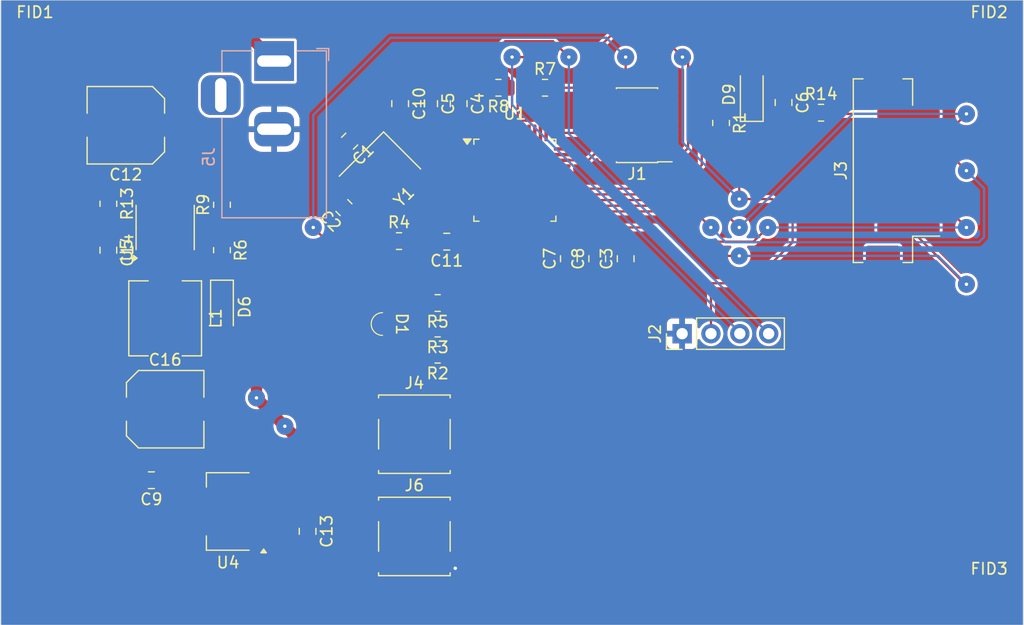
<source format=kicad_pcb>
(kicad_pcb (version 20241229) (generator "pcbnew") (generator_version "9.0")
  (layers (0 "F.Cu" signal) (2 "B.Cu" signal) (13 "F.Paste" user) (15 "B.Paste" user) (5 "F.SilkS" user "F.Silkscreen") (7 "B.SilkS" user "B.Silkscreen") (1 "F.Mask" user) (3 "B.Mask" user) (25 "Edge.Cuts" user))
  (net 0 "")
  (net 1 "GND")
  (net 2 "OSC_IN")
  (net 3 "OSC_OUT")
  (net 4 "+3V3")
  (net 5 "1WIRE")
  (net 6 "+10V")
  (net 7 "+VDC")
  (net 8 "Net-(U5-TC)")
  (net 9 "Net-(D1-A)")
  (net 10 "Net-(D1-GK)")
  (net 11 "Net-(D1-BK)")
  (net 12 "Net-(D6-K)")
  (net 14 "SWCLK")
  (net 16 "RESET")
  (net 18 "SWDIO")
  (net 19 "LED_R")
  (net 20 "LED_G")
  (net 21 "LED_B")
  (net 22 "Net-(U5-Vfb)")
  (net 23 "Net-(U5-DC)")
  (net 24 "BOOT0")
  (net 29 "MOTOR_ENABLE")
  (net 30 "MCU_TX")
  (net 31 "PEEL1")
  (net 32 "DRIVE2")
  (net 34 "DE")
  (net 35 "PA1")
  (net 38 "SW1")
  (net 39 "PEEL2")
  (net 40 "DRIVE1")
  (net 41 "PA3")
  (net 42 "MCU_RX")
  (net 45 "~{RE}")
  (net 46 "PA0")
  (net 48 "SW2")
  (net 50 "RS-485-")
  (net 51 "RS-485+")
  (net 52 "Net-(J3-Pin_6)")
  (net 53 "POWER")
  (net 54 "STYLUS_BUTTON")
  (net 55 "SCL")
  (net 56 "SDA")
  (footprint "Resistor_SMD:R_0805_2012Metric" (layer "F.Cu") (at 19.462501 -37 90)
    (property "Reference" "R9" (at 0 -1.65 90) (layer "F.SilkS"))
    (property "Value" "39k")
    (pad "1" smd roundrect (at -0.9125 0 90) (size 1.025 1.4) (layers "F.Cu" "F.Mask" "F.Paste") (roundrect_rratio 0.243902) (net 22 "Net-(U5-Vfb)"))
    (pad "2" smd roundrect (at 0.9125 0 90) (size 1.025 1.4) (layers "F.Cu" "F.Mask" "F.Paste") (roundrect_rratio 0.243902) (net 6 "+10V"))
  )
  (footprint "Fiducial:Fiducial_1mm_Mask2mm" (layer "F.Cu") (at 3 -52)
    (property "Reference" "FID1" (at 0 -1.95 0) (layer "F.SilkS"))
    (property "Value" "Fiducial")
    (pad "" smd circle (at 0 0) (size 1 1) (layers "F.Cu" "F.Mask") (clearance 0.6))
  )
  (footprint "Connector_PinHeader_2.54mm:PinHeader_1x04_P2.54mm_Vertical" (layer "F.Cu") (at 59.970001 -25.65 90)
    (property "Reference" "J2" (at 0 -2.38 90) (layer "F.SilkS"))
    (property "Value" "display")
    (pad "1" thru_hole rect (at 0 0 90) (size 1.7 1.7) (drill 1) (layers "*.Cu" "*.Mask") (net 1 "GND"))
    (pad "2" thru_hole circle (at 0 2.54 90) (size 1.7 1.7) (drill 1) (layers "*.Cu" "*.Mask") (net 4 "+3V3"))
    (pad "3" thru_hole circle (at 0 5.079999 90) (size 1.7 1.7) (drill 1) (layers "*.Cu" "*.Mask") (net 55 "SCL"))
    (pad "4" thru_hole circle (at 0 7.62 90) (size 1.7 1.7) (drill 1) (layers "*.Cu" "*.Mask") (net 56 "SDA"))
  )
  (footprint "Capacitor_SMD:C_0805_2012Metric" (layer "F.Cu") (at 30.7 -42.6 -135)
    (property "Reference" "C1" (at 0 -1.679999 45) (layer "F.SilkS"))
    (property "Value" "15p")
    (pad "1" smd roundrect (at -0.949999 0 225) (size 1 1.45) (layers "F.Cu" "F.Mask" "F.Paste") (net 2 "OSC_IN"))
    (pad "2" smd roundrect (at 0.949999 0 225) (size 1 1.45) (layers "F.Cu" "F.Mask" "F.Paste") (net 1 "GND"))
  )
  (footprint "Crystal:Crystal_SMD_3225-4Pin_3.2x2.5mm_HandSoldering" (layer "F.Cu") (at 33.371751 -39.828249 -135)
    (property "Reference" "Y1" (at 0 -3 45) (layer "F.SilkS"))
    (property "Value" "8MHz")
    (pad "1" smd roundrect (at -1.45 1.15 225) (size 2.1 1.8) (layers "F.Cu" "F.Mask" "F.Paste") (roundrect_rratio 0.138889) (net 2 "OSC_IN"))
    (pad "2" smd roundrect (at 1.45 1.15 225) (size 2.1 1.8) (layers "F.Cu" "F.Mask" "F.Paste") (roundrect_rratio 0.138889) (net 1 "GND"))
    (pad "3" smd roundrect (at 1.45 -1.15 225) (size 2.1 1.8) (layers "F.Cu" "F.Mask" "F.Paste") (roundrect_rratio 0.138889) (net 3 "OSC_OUT"))
    (pad "4" smd roundrect (at -1.45 -1.15 225) (size 2.1 1.8) (layers "F.Cu" "F.Mask" "F.Paste") (roundrect_rratio 0.138889) (net 1 "GND"))
  )
  (footprint "Resistor_SMD:R_0805_2012Metric" (layer "F.Cu") (at 19.462501 -33 -90)
    (property "Reference" "R6" (at 0 -1.65 90) (layer "F.SilkS"))
    (property "Value" "5.6k")
    (pad "1" smd roundrect (at -0.9125 0 270) (size 1.025 1.4) (layers "F.Cu" "F.Mask" "F.Paste") (roundrect_rratio 0.243902) (net 22 "Net-(U5-Vfb)"))
    (pad "2" smd roundrect (at 0.9125 0 270) (size 1.025 1.4) (layers "F.Cu" "F.Mask" "F.Paste") (roundrect_rratio 0.243902) (net 1 "GND"))
  )
  (footprint "Capacitor_SMD:C_0805_2012Metric" (layer "F.Cu") (at 35.15 -45.9 -90)
    (property "Reference" "C10" (at 0 -1.679999 90) (layer "F.SilkS"))
    (property "Value" "4.7uF")
    (pad "1" smd roundrect (at -0.949999 0 270) (size 1 1.45) (layers "F.Cu" "F.Mask" "F.Paste") (net 1 "GND"))
    (pad "2" smd roundrect (at 0.949999 0 270) (size 1 1.45) (layers "F.Cu" "F.Mask" "F.Paste") (net 4 "+3V3"))
  )
  (footprint "Resistor_SMD:R_0805_2012Metric" (layer "F.Cu") (at 38.45 -23.8 180)
    (property "Reference" "R2" (at 0 -1.65 0) (layer "F.SilkS"))
    (property "Value" "470")
    (pad "1" smd roundrect (at -0.9125 0 180) (size 1.025 1.4) (layers "F.Cu" "F.Mask" "F.Paste") (roundrect_rratio 0.243902) (net 19 "LED_R"))
    (pad "2" smd roundrect (at 0.9125 0 180) (size 1.025 1.4) (layers "F.Cu" "F.Mask" "F.Paste") (roundrect_rratio 0.243902) (net 9 "Net-(D1-A)"))
  )
  (footprint "index:MHS110FRGBCT" (layer "F.Cu") (at 33.5 -26.5 -90)
    (property "Reference" "D1" (at 0 -1.8 270) (layer "F.SilkS"))
    (property "Value" "LED_RGBA")
    (pad "1" smd roundrect (at -1.4 -0.4 270) (size 0.7 1.2) (layers "F.Cu" "F.Mask" "F.Paste") (roundrect_rratio 0.1428571429) (net 4 "+3V3"))
    (pad "2" smd roundrect (at -0.4 -0.675 270) (size 0.5 0.8) (layers "F.Cu" "F.Mask" "F.Paste") (roundrect_rratio 0.2) (net 10 "Net-(D1-GK)"))
    (pad "3" smd roundrect (at 0.4 -0.675 270) (size 0.5 0.8) (layers "F.Cu" "F.Mask" "F.Paste") (roundrect_rratio 0.2) (net 11 "Net-(D1-BK)"))
    (pad "4" smd roundrect (at 1.4 -0.4 270) (size 0.7 1.2) (layers "F.Cu" "F.Mask" "F.Paste") (roundrect_rratio 0.1428571429) (net 9 "Net-(D1-A)"))
  )
  (footprint "Resistor_SMD:R_0805_2012Metric" (layer "F.Cu") (at 72.2 -45.1)
    (property "Reference" "R14" (at 0 -1.65 0) (layer "F.SilkS"))
    (property "Value" "220R")
    (pad "1" smd roundrect (at -0.9125 0) (size 1.025 1.4) (layers "F.Cu" "F.Mask" "F.Paste") (roundrect_rratio 0.243902) (net 5 "1WIRE"))
    (pad "2" smd roundrect (at 0.9125 0) (size 1.025 1.4) (layers "F.Cu" "F.Mask" "F.Paste") (roundrect_rratio 0.243902) (net 52 "Net-(J3-Pin_6)"))
  )
  (footprint "Button_Switch_SMD:SW_SPST_B3S-1000" (layer "F.Cu") (at 36.4 -7.8)
    (property "Reference" "J6" (at 0 -4.5 0) (layer "F.SilkS"))
    (property "Value" "SW2")
    (pad "1" smd rect (at -3.975 -2.25) (size 1.55 1.3) (layers "F.Cu" "F.Mask" "F.Paste") (net 48 "SW2"))
    (pad "1" smd rect (at 3.975 -2.25) (size 1.55 1.3) (layers "F.Cu" "F.Mask" "F.Paste") (net 48 "SW2"))
    (pad "2" smd rect (at -3.975 2.25) (size 1.55 1.3) (layers "F.Cu" "F.Mask" "F.Paste") (net 1 "GND"))
    (pad "2" smd rect (at 3.975 2.25) (size 1.55 1.3) (layers "F.Cu" "F.Mask" "F.Paste") (net 1 "GND"))
  )
  (footprint "Diode_SMD:D_SOD-123" (layer "F.Cu") (at 19.462501 -28 -90)
    (property "Reference" "D6" (at 0 -2.000001 90) (layer "F.SilkS"))
    (property "Value" "1N5819")
    (pad "1" smd roundrect (at -1.65 0 270) (size 0.9 1.2) (layers "F.Cu" "F.Mask" "F.Paste") (net 12 "Net-(D6-K)"))
    (pad "2" smd roundrect (at 1.65 0 270) (size 0.9 1.2) (layers "F.Cu" "F.Mask" "F.Paste") (net 1 "GND"))
  )
  (footprint "Capacitor_SMD:C_0805_2012Metric" (layer "F.Cu") (at 68.9 -46 -90)
    (property "Reference" "C6" (at 0 -1.679999 90) (layer "F.SilkS"))
    (property "Value" "15pF")
    (pad "1" smd roundrect (at -0.949999 0 270) (size 1 1.45) (layers "F.Cu" "F.Mask" "F.Paste") (net 1 "GND"))
    (pad "2" smd roundrect (at 0.949999 0 270) (size 1 1.45) (layers "F.Cu" "F.Mask" "F.Paste") (net 5 "1WIRE"))
  )
  (footprint "Capacitor_SMD:C_0805_2012Metric" (layer "F.Cu") (at 40.3 -45.9 -90)
    (property "Reference" "C4" (at 0 -1.679999 90) (layer "F.SilkS"))
    (property "Value" "100n")
    (pad "1" smd roundrect (at -0.949999 0 270) (size 1 1.45) (layers "F.Cu" "F.Mask" "F.Paste") (net 1 "GND"))
    (pad "2" smd roundrect (at 0.949999 0 270) (size 1 1.45) (layers "F.Cu" "F.Mask" "F.Paste") (net 4 "+3V3"))
  )
  (footprint "Capacitor_SMD:C_0805_2012Metric" (layer "F.Cu") (at 9.462501 -33 -90)
    (property "Reference" "C14" (at 0 -1.679999 90) (layer "F.SilkS"))
    (property "Value" "470pF")
    (pad "1" smd roundrect (at -0.949999 0 270) (size 1 1.45) (layers "F.Cu" "F.Mask" "F.Paste") (net 1 "GND"))
    (pad "2" smd roundrect (at 0.949999 0 270) (size 1 1.45) (layers "F.Cu" "F.Mask" "F.Paste") (net 8 "Net-(U5-TC)"))
  )
  (footprint "Resistor_SMD:R_0805_2012Metric" (layer "F.Cu") (at 38.45 -28.35 180)
    (property "Reference" "R5" (at 0 -1.65 0) (layer "F.SilkS"))
    (property "Value" "470")
    (pad "1" smd roundrect (at -0.9125 0 180) (size 1.025 1.4) (layers "F.Cu" "F.Mask" "F.Paste") (roundrect_rratio 0.243902) (net 21 "LED_B"))
    (pad "2" smd roundrect (at 0.9125 0 180) (size 1.025 1.4) (layers "F.Cu" "F.Mask" "F.Paste") (roundrect_rratio 0.243902) (net 10 "Net-(D1-GK)"))
  )
  (footprint "Connector_PinHeader_1.27mm:PinHeader_2x05_P1.27mm_Vertical_SMD" (layer "F.Cu") (at 56 -44 180)
    (property "Reference" "J1" (at 0 -4.285001 0) (layer "F.SilkS"))
    (property "Value" "SWD_10")
    (pad "1" smd rect (at -1.95 -2.54 180) (size 2.4 0.74) (layers "F.Cu" "F.Mask" "F.Paste") (net 4 "+3V3"))
    (pad "2" smd rect (at 1.95 -2.54 180) (size 2.4 0.74) (layers "F.Cu" "F.Mask" "F.Paste") (net 18 "SWDIO"))
    (pad "3" smd rect (at -1.95 -1.27 180) (size 2.4 0.74) (layers "F.Cu" "F.Mask" "F.Paste") (net 1 "GND"))
    (pad "4" smd rect (at 1.95 -1.27 180) (size 2.4 0.74) (layers "F.Cu" "F.Mask" "F.Paste") (net 14 "SWCLK"))
    (pad "5" smd rect (at -1.95 0 180) (size 2.4 0.74) (layers "F.Cu" "F.Mask" "F.Paste") (net 1 "GND"))
    (pad "6" smd rect (at 1.95 0 180) (size 2.4 0.74) (layers "F.Cu" "F.Mask" "F.Paste"))
    (pad "7" smd rect (at -1.95 1.27 180) (size 2.4 0.74) (layers "F.Cu" "F.Mask" "F.Paste"))
    (pad "8" smd rect (at 1.95 1.27 180) (size 2.4 0.74) (layers "F.Cu" "F.Mask" "F.Paste"))
    (pad "9" smd rect (at -1.95 2.54 180) (size 2.4 0.74) (layers "F.Cu" "F.Mask" "F.Paste") (net 1 "GND"))
    (pad "10" smd rect (at 1.95 2.54 180) (size 2.4 0.74) (layers "F.Cu" "F.Mask" "F.Paste") (net 16 "RESET"))
  )
  (footprint "Package_QFP:LQFP-48_7x7mm_P0.5mm" (layer "F.Cu") (at 45.25 -39.1625)
    (property "Reference" "U1" (at 0 -5.85 0) (layer "F.SilkS"))
    (property "Value" "STM32F031C6Tx")
    (pad "1" smd roundrect (at -4.1625 -2.75) (size 1.475 0.3) (layers "F.Cu" "F.Mask" "F.Paste") (net 4 "+3V3"))
    (pad "2" smd roundrect (at -4.1625 -2.25) (size 1.475 0.3) (layers "F.Cu" "F.Mask" "F.Paste"))
    (pad "3" smd roundrect (at -4.1625 -1.75) (size 1.475 0.3) (layers "F.Cu" "F.Mask" "F.Paste"))
    (pad "4" smd roundrect (at -4.1625 -1.25) (size 1.475 0.3) (layers "F.Cu" "F.Mask" "F.Paste"))
    (pad "5" smd roundrect (at -4.1625 -0.75) (size 1.475 0.3) (layers "F.Cu" "F.Mask" "F.Paste") (net 2 "OSC_IN"))
    (pad "6" smd roundrect (at -4.1625 -0.25) (size 1.475 0.3) (layers "F.Cu" "F.Mask" "F.Paste") (net 3 "OSC_OUT"))
    (pad "7" smd roundrect (at -4.1625 0.25) (size 1.475 0.3) (layers "F.Cu" "F.Mask" "F.Paste") (net 16 "RESET"))
    (pad "8" smd roundrect (at -4.1625 0.75) (size 1.475 0.3) (layers "F.Cu" "F.Mask" "F.Paste") (net 1 "GND"))
    (pad "9" smd roundrect (at -4.1625 1.25) (size 1.475 0.3) (layers "F.Cu" "F.Mask" "F.Paste") (net 4 "+3V3"))
    (pad "10" smd roundrect (at -4.1625 1.75) (size 1.475 0.3) (layers "F.Cu" "F.Mask" "F.Paste") (net 46 "PA0"))
    (pad "11" smd roundrect (at -4.1625 2.25) (size 1.475 0.3) (layers "F.Cu" "F.Mask" "F.Paste") (net 35 "PA1"))
    (pad "12" smd roundrect (at -4.1625 2.75) (size 1.475 0.3) (layers "F.Cu" "F.Mask" "F.Paste") (net 29 "MOTOR_ENABLE"))
    (pad "13" smd roundrect (at -2.75 4.1625) (size 0.3 1.475) (layers "F.Cu" "F.Mask" "F.Paste") (net 41 "PA3"))
    (pad "14" smd roundrect (at -2.25 4.1625) (size 0.3 1.475) (layers "F.Cu" "F.Mask" "F.Paste") (net 21 "LED_B"))
    (pad "15" smd roundrect (at -1.75 4.1625) (size 0.3 1.475) (layers "F.Cu" "F.Mask" "F.Paste"))
    (pad "16" smd roundrect (at -1.25 4.1625) (size 0.3 1.475) (layers "F.Cu" "F.Mask" "F.Paste") (net 20 "LED_G"))
    (pad "17" smd roundrect (at -0.75 4.1625) (size 0.3 1.475) (layers "F.Cu" "F.Mask" "F.Paste") (net 19 "LED_R"))
    (pad "18" smd roundrect (at -0.25 4.1625) (size 0.3 1.475) (layers "F.Cu" "F.Mask" "F.Paste") (net 48 "SW2"))
    (pad "19" smd roundrect (at 0.25 4.1625) (size 0.3 1.475) (layers "F.Cu" "F.Mask" "F.Paste") (net 38 "SW1"))
    (pad "20" smd roundrect (at 0.75 4.1625) (size 0.3 1.475) (layers "F.Cu" "F.Mask" "F.Paste"))
    (pad "21" smd roundrect (at 1.25 4.1625) (size 0.3 1.475) (layers "F.Cu" "F.Mask" "F.Paste"))
    (pad "22" smd roundrect (at 1.75 4.1625) (size 0.3 1.475) (layers "F.Cu" "F.Mask" "F.Paste"))
    (pad "23" smd roundrect (at 2.25 4.1625) (size 0.3 1.475) (layers "F.Cu" "F.Mask" "F.Paste") (net 1 "GND"))
    (pad "24" smd roundrect (at 2.75 4.1625) (size 0.3 1.475) (layers "F.Cu" "F.Mask" "F.Paste") (net 4 "+3V3"))
    (pad "25" smd roundrect (at 4.1625 2.75) (size 1.475 0.3) (layers "F.Cu" "F.Mask" "F.Paste") (net 54 "STYLUS_BUTTON"))
    (pad "26" smd roundrect (at 4.1625 2.25) (size 1.475 0.3) (layers "F.Cu" "F.Mask" "F.Paste") (net 53 "POWER"))
    (pad "27" smd roundrect (at 4.1625 1.75) (size 1.475 0.3) (layers "F.Cu" "F.Mask" "F.Paste") (net 51 "RS-485+"))
    (pad "28" smd roundrect (at 4.1625 1.25) (size 1.475 0.3) (layers "F.Cu" "F.Mask" "F.Paste") (net 50 "RS-485-"))
    (pad "29" smd roundrect (at 4.1625 0.75) (size 1.475 0.3) (layers "F.Cu" "F.Mask" "F.Paste") (net 5 "1WIRE"))
    (pad "30" smd roundrect (at 4.1625 0.25) (size 1.475 0.3) (layers "F.Cu" "F.Mask" "F.Paste") (net 30 "MCU_TX"))
    (pad "31" smd roundrect (at 4.1625 -0.25) (size 1.475 0.3) (layers "F.Cu" "F.Mask" "F.Paste") (net 42 "MCU_RX"))
    (pad "32" smd roundrect (at 4.1625 -0.75) (size 1.475 0.3) (layers "F.Cu" "F.Mask" "F.Paste") (net 45 "~{RE}"))
    (pad "33" smd roundrect (at 4.1625 -1.25) (size 1.475 0.3) (layers "F.Cu" "F.Mask" "F.Paste") (net 34 "DE"))
    (pad "34" smd roundrect (at 4.1625 -1.75) (size 1.475 0.3) (layers "F.Cu" "F.Mask" "F.Paste") (net 18 "SWDIO"))
    (pad "35" smd roundrect (at 4.1625 -2.25) (size 1.475 0.3) (layers "F.Cu" "F.Mask" "F.Paste"))
    (pad "36" smd roundrect (at 4.1625 -2.75) (size 1.475 0.3) (layers "F.Cu" "F.Mask" "F.Paste"))
    (pad "37" smd roundrect (at 2.75 -4.1625) (size 0.3 1.475) (layers "F.Cu" "F.Mask" "F.Paste") (net 14 "SWCLK"))
    (pad "38" smd roundrect (at 2.25 -4.1625) (size 0.3 1.475) (layers "F.Cu" "F.Mask" "F.Paste") (net 39 "PEEL2"))
    (pad "39" smd roundrect (at 1.75 -4.1625) (size 0.3 1.475) (layers "F.Cu" "F.Mask" "F.Paste") (net 31 "PEEL1"))
    (pad "40" smd roundrect (at 1.25 -4.1625) (size 0.3 1.475) (layers "F.Cu" "F.Mask" "F.Paste") (net 40 "DRIVE1"))
    (pad "41" smd roundrect (at 0.75 -4.1625) (size 0.3 1.475) (layers "F.Cu" "F.Mask" "F.Paste") (net 32 "DRIVE2"))
    (pad "42" smd roundrect (at 0.25 -4.1625) (size 0.3 1.475) (layers "F.Cu" "F.Mask" "F.Paste") (net 55 "SCL"))
    (pad "43" smd roundrect (at -0.25 -4.1625) (size 0.3 1.475) (layers "F.Cu" "F.Mask" "F.Paste") (net 56 "SDA"))
    (pad "44" smd roundrect (at -0.75 -4.1625) (size 0.3 1.475) (layers "F.Cu" "F.Mask" "F.Paste") (net 24 "BOOT0"))
    (pad "45" smd roundrect (at -1.25 -4.1625) (size 0.3 1.475) (layers "F.Cu" "F.Mask" "F.Paste"))
    (pad "46" smd roundrect (at -1.75 -4.1625) (size 0.3 1.475) (layers "F.Cu" "F.Mask" "F.Paste"))
    (pad "47" smd roundrect (at -2.25 -4.1625) (size 0.3 1.475) (layers "F.Cu" "F.Mask" "F.Paste") (net 1 "GND"))
    (pad "48" smd roundrect (at -2.75 -4.1625) (size 0.3 1.475) (layers "F.Cu" "F.Mask" "F.Paste") (net 4 "+3V3"))
  )
  (footprint "Connector_JST:JST_PH_B6B-PH-SM4-TB_1x06-1MP_P2.00mm_Vertical" (layer "F.Cu") (at 79.4 -40 90)
    (property "Reference" "J3" (at 0 -5.45 90) (layer "F.SilkS"))
    (property "Value" "STYLUS")
    (pad "1" smd roundrect (at -5 0.499999 90) (size 1 5.5) (layers "F.Cu" "F.Mask" "F.Paste") (net 54 "STYLUS_BUTTON"))
    (pad "2" smd roundrect (at -3 0.5 90) (size 1 5.5) (layers "F.Cu" "F.Mask" "F.Paste") (net 53 "POWER"))
    (pad "3" smd roundrect (at -1 0.5 90) (size 1 5.5) (layers "F.Cu" "F.Mask" "F.Paste") (net 1 "GND"))
    (pad "4" smd roundrect (at 1 0.5 90) (size 1 5.5) (layers "F.Cu" "F.Mask" "F.Paste") (net 51 "RS-485+"))
    (pad "5" smd roundrect (at 3 0.5 90) (size 1 5.5) (layers "F.Cu" "F.Mask" "F.Paste") (net 50 "RS-485-"))
    (pad "6" smd roundrect (at 5 0.499999 90) (size 1 5.5) (layers "F.Cu" "F.Mask" "F.Paste") (net 52 "Net-(J3-Pin_6)"))
    (pad "MP" smd roundrect (at -7.4 -1.75 90) (size 1.6 3) (layers "F.Cu" "F.Mask" "F.Paste") (roundrect_rratio 0.15625))
    (pad "MP" smd roundrect (at 7.4 -1.75 90) (size 1.6 3) (layers "F.Cu" "F.Mask" "F.Paste") (roundrect_rratio 0.15625))
  )
  (footprint "Capacitor_SMD:C_0805_2012Metric" (layer "F.Cu") (at 50 -32.25 90)
    (property "Reference" "C7" (at 0 -1.679999 90) (layer "F.SilkS"))
    (property "Value" "100n")
    (pad "1" smd roundrect (at -0.949999 0 90) (size 1 1.45) (layers "F.Cu" "F.Mask" "F.Paste") (net 1 "GND"))
    (pad "2" smd roundrect (at 0.949999 0 90) (size 1 1.45) (layers "F.Cu" "F.Mask" "F.Paste") (net 4 "+3V3"))
  )
  (footprint "Resistor_SMD:R_0805_2012Metric" (layer "F.Cu") (at 47.9 -47.3)
    (property "Reference" "R7" (at 0 -1.65 0) (layer "F.SilkS"))
    (property "Value" "4.7k")
    (pad "1" smd roundrect (at -0.9125 0) (size 1.025 1.4) (layers "F.Cu" "F.Mask" "F.Paste") (roundrect_rratio 0.243902) (net 55 "SCL"))
    (pad "2" smd roundrect (at 0.9125 0) (size 1.025 1.4) (layers "F.Cu" "F.Mask" "F.Paste") (roundrect_rratio 0.243902) (net 4 "+3V3"))
  )
  (footprint "Capacitor_SMD:C_Elec_6.3x7.7" (layer "F.Cu") (at 14.462501 -19)
    (property "Reference" "C16" (at 0 -4.349999 0) (layer "F.SilkS"))
    (property "Value" "470uF")
    (pad "1" smd roundrect (at -2.537499 0) (size 3.325 1.6) (layers "F.Cu" "F.Mask" "F.Paste") (roundrect_rratio 0.15625) (net 6 "+10V"))
    (pad "2" smd roundrect (at 2.537499 0) (size 3.325 1.6) (layers "F.Cu" "F.Mask" "F.Paste") (roundrect_rratio 0.15625) (net 1 "GND"))
  )
  (footprint "Capacitor_SMD:C_0805_2012Metric" (layer "F.Cu") (at 55 -32.25 90)
    (property "Reference" "C3" (at 0 -1.679999 90) (layer "F.SilkS"))
    (property "Value" "100n")
    (pad "1" smd roundrect (at -0.949999 0 90) (size 1 1.45) (layers "F.Cu" "F.Mask" "F.Paste") (net 1 "GND"))
    (pad "2" smd roundrect (at 0.949999 0 90) (size 1 1.45) (layers "F.Cu" "F.Mask" "F.Paste") (net 4 "+3V3"))
  )
  (footprint "Resistor_SMD:R_0805_2012Metric" (layer "F.Cu") (at 35.05 -33.8)
    (property "Reference" "R4" (at 0 -1.65 0) (layer "F.SilkS"))
    (property "Value" "10K")
    (pad "1" smd roundrect (at -0.9125 0) (size 1.025 1.4) (layers "F.Cu" "F.Mask" "F.Paste") (roundrect_rratio 0.243902) (net 16 "RESET"))
    (pad "2" smd roundrect (at 0.9125 0) (size 1.025 1.4) (layers "F.Cu" "F.Mask" "F.Paste") (roundrect_rratio 0.243902) (net 4 "+3V3"))
  )
  (footprint "Inductor_SMD:L_6.3x6.3_H3" (layer "F.Cu") (at 14.462501 -27 -90)
    (property "Reference" "L1" (at 0 -4.45 90) (layer "F.SilkS"))
    (property "Value" "220uH")
    (pad "1" smd rect (at -2.75 0 270) (size 1.5 2.4) (layers "F.Cu" "F.Mask" "F.Paste") (net 12 "Net-(D6-K)"))
    (pad "2" smd rect (at 2.75 0 270) (size 1.5 2.4) (layers "F.Cu" "F.Mask" "F.Paste") (net 6 "+10V"))
  )
  (footprint "Capacitor_SMD:C_0805_2012Metric" (layer "F.Cu") (at 30.2 -36.75 135)
    (property "Reference" "C2" (at 0 -1.679999 135) (layer "F.SilkS"))
    (property "Value" "15p")
    (pad "1" smd roundrect (at -0.949999 0 135) (size 1 1.45) (layers "F.Cu" "F.Mask" "F.Paste") (net 3 "OSC_OUT"))
    (pad "2" smd roundrect (at 0.949999 0 135) (size 1 1.45) (layers "F.Cu" "F.Mask" "F.Paste") (net 1 "GND"))
  )
  (footprint "Fiducial:Fiducial_1mm_Mask2mm" (layer "F.Cu") (at 87 -52)
    (property "Reference" "FID2" (at 0 -1.95 0) (layer "F.SilkS"))
    (property "Value" "Fiducial")
    (pad "" smd circle (at 0 0) (size 1 1) (layers "F.Cu" "F.Mask") (clearance 0.6))
  )
  (footprint "Button_Switch_SMD:SW_SPST_B3S-1000" (layer "F.Cu") (at 36.4 -16.8)
    (property "Reference" "J4" (at 0 -4.5 0) (layer "F.SilkS"))
    (property "Value" "SW1")
    (pad "1" smd rect (at -3.975 -2.25) (size 1.55 1.3) (layers "F.Cu" "F.Mask" "F.Paste") (net 38 "SW1"))
    (pad "1" smd rect (at 3.975 -2.25) (size 1.55 1.3) (layers "F.Cu" "F.Mask" "F.Paste") (net 38 "SW1"))
    (pad "2" smd rect (at -3.975 2.25) (size 1.55 1.3) (layers "F.Cu" "F.Mask" "F.Paste") (net 1 "GND"))
    (pad "2" smd rect (at 3.975 2.25) (size 1.55 1.3) (layers "F.Cu" "F.Mask" "F.Paste") (net 1 "GND"))
  )
  (footprint "Resistor_SMD:R_0805_2012Metric" (layer "F.Cu") (at 43.8 -47.3 180)
    (property "Reference" "R8" (at 0 -1.65 0) (layer "F.SilkS"))
    (property "Value" "4.7k")
    (pad "1" smd roundrect (at -0.9125 0 180) (size 1.025 1.4) (layers "F.Cu" "F.Mask" "F.Paste") (roundrect_rratio 0.243902) (net 56 "SDA"))
    (pad "2" smd roundrect (at 0.9125 0 180) (size 1.025 1.4) (layers "F.Cu" "F.Mask" "F.Paste") (roundrect_rratio 0.243902) (net 4 "+3V3"))
  )
  (footprint "Fiducial:Fiducial_1mm_Mask2mm" (layer "F.Cu") (at 87 -3)
    (property "Reference" "FID3" (at 0 -1.95 0) (layer "F.SilkS"))
    (property "Value" "Fiducial")
    (pad "" smd circle (at 0 0) (size 1 1) (layers "F.Cu" "F.Mask") (clearance 0.6))
  )
  (footprint "Resistor_SMD:R_0805_2012Metric" (layer "F.Cu") (at 63.4 -44.2 -90)
    (property "Reference" "R1" (at 0 -1.65 90) (layer "F.SilkS"))
    (property "Value" "1k")
    (pad "1" smd roundrect (at -0.9125 0 270) (size 1.025 1.4) (layers "F.Cu" "F.Mask" "F.Paste") (roundrect_rratio 0.243902) (net 5 "1WIRE"))
    (pad "2" smd roundrect (at 0.9125 0 270) (size 1.025 1.4) (layers "F.Cu" "F.Mask" "F.Paste") (roundrect_rratio 0.243902) (net 4 "+3V3"))
  )
  (footprint "Capacitor_SMD:C_0805_2012Metric" (layer "F.Cu") (at 13.25 -12.75 180)
    (property "Reference" "C9" (at 0 -1.679999 0) (layer "F.SilkS"))
    (property "Value" "10u")
    (pad "1" smd roundrect (at -0.949999 0 180) (size 1 1.45) (layers "F.Cu" "F.Mask" "F.Paste") (net 6 "+10V"))
    (pad "2" smd roundrect (at 0.949999 0 180) (size 1 1.45) (layers "F.Cu" "F.Mask" "F.Paste") (net 1 "GND"))
  )
  (footprint "Diode_SMD:D_SOD-123" (layer "F.Cu") (at 66.1 -46.7 90)
    (property "Reference" "D9" (at 0 -2.000001 90) (layer "F.SilkS"))
    (property "Value" "MMSZ4684T1G")
    (pad "1" smd roundrect (at -1.65 0 90) (size 0.9 1.2) (layers "F.Cu" "F.Mask" "F.Paste") (net 5 "1WIRE"))
    (pad "2" smd roundrect (at 1.65 0 90) (size 0.9 1.2) (layers "F.Cu" "F.Mask" "F.Paste") (net 1 "GND"))
  )
  (footprint "Package_TO_SOT_SMD:SOT-223-3_TabPin2" (layer "F.Cu") (at 20 -10 180)
    (property "Reference" "U4" (at 0 -4.500001 0) (layer "F.SilkS"))
    (property "Value" "AP1117-33")
    (pad "1" smd roundrect (at -3.15 -2.3 180) (size 2 1.5) (layers "F.Cu" "F.Mask" "F.Paste") (net 1 "GND"))
    (pad "2" smd roundrect (at -3.149999 0 180) (size 2 1.5) (layers "F.Cu" "F.Mask" "F.Paste") (net 4 "+3V3"))
    (pad "2" smd roundrect (at 3.149999 0 180) (size 2 3.8) (layers "F.Cu" "F.Mask" "F.Paste") (net 4 "+3V3"))
    (pad "3" smd roundrect (at -3.15 2.3 180) (size 2 1.5) (layers "F.Cu" "F.Mask" "F.Paste") (net 6 "+10V"))
  )
  (footprint "Capacitor_SMD:C_0805_2012Metric" (layer "F.Cu") (at 39.25 -33.75 180)
    (property "Reference" "C11" (at 0 -1.679999 0) (layer "F.SilkS"))
    (property "Value" "4.7uF")
    (pad "1" smd roundrect (at -0.949999 0 180) (size 1 1.45) (layers "F.Cu" "F.Mask" "F.Paste") (net 1 "GND"))
    (pad "2" smd roundrect (at 0.949999 0 180) (size 1 1.45) (layers "F.Cu" "F.Mask" "F.Paste") (net 4 "+3V3"))
  )
  (footprint "Capacitor_SMD:C_0805_2012Metric" (layer "F.Cu") (at 37.7 -45.9 -90)
    (property "Reference" "C5" (at 0 -1.679999 90) (layer "F.SilkS"))
    (property "Value" "100n")
    (pad "1" smd roundrect (at -0.949999 0 270) (size 1 1.45) (layers "F.Cu" "F.Mask" "F.Paste") (net 1 "GND"))
    (pad "2" smd roundrect (at 0.949999 0 270) (size 1 1.45) (layers "F.Cu" "F.Mask" "F.Paste") (net 4 "+3V3"))
  )
  (footprint "Capacitor_SMD:C_0805_2012Metric" (layer "F.Cu") (at 52.5 -32.25 90)
    (property "Reference" "C8" (at 0 -1.679999 90) (layer "F.SilkS"))
    (property "Value" "4.7uF")
    (pad "1" smd roundrect (at -0.949999 0 90) (size 1 1.45) (layers "F.Cu" "F.Mask" "F.Paste") (net 1 "GND"))
    (pad "2" smd roundrect (at 0.949999 0 90) (size 1 1.45) (layers "F.Cu" "F.Mask" "F.Paste") (net 4 "+3V3"))
  )
  (footprint "Resistor_SMD:R_0805_2012Metric" (layer "F.Cu") (at 9.462501 -37.0875 -90)
    (property "Reference" "R13" (at 0 -1.65 90) (layer "F.SilkS"))
    (property "Value" "0.33R")
    (pad "1" smd roundrect (at -0.9125 0 270) (size 1.025 1.4) (layers "F.Cu" "F.Mask" "F.Paste") (roundrect_rratio 0.243902) (net 7 "+VDC"))
    (pad "2" smd roundrect (at 0.9125 0 270) (size 1.025 1.4) (layers "F.Cu" "F.Mask" "F.Paste") (roundrect_rratio 0.243902) (net 23 "Net-(U5-DC)"))
  )
  (footprint "Capacitor_SMD:C_Elec_6.3x7.7" (layer "F.Cu") (at 11 -44 180)
    (property "Reference" "C12" (at 0 -4.349999 0) (layer "F.SilkS"))
    (property "Value" "100uF")
    (pad "1" smd roundrect (at -2.537499 0 180) (size 3.325 1.6) (layers "F.Cu" "F.Mask" "F.Paste") (roundrect_rratio 0.15625) (net 7 "+VDC"))
    (pad "2" smd roundrect (at 2.537499 0 180) (size 3.325 1.6) (layers "F.Cu" "F.Mask" "F.Paste") (roundrect_rratio 0.15625) (net 1 "GND"))
  )
  (footprint "Capacitor_SMD:C_0805_2012Metric" (layer "F.Cu") (at 27 -8.25 -90)
    (property "Reference" "C13" (at 0 -1.679999 90) (layer "F.SilkS"))
    (property "Value" "10u")
    (pad "1" smd roundrect (at -0.949999 0 270) (size 1 1.45) (layers "F.Cu" "F.Mask" "F.Paste") (net 4 "+3V3"))
    (pad "2" smd roundrect (at 0.949999 0 270) (size 1 1.45) (layers "F.Cu" "F.Mask" "F.Paste") (net 1 "GND"))
  )
  (footprint "Resistor_SMD:R_0805_2012Metric" (layer "F.Cu") (at 38.45 -26.1 180)
    (property "Reference" "R3" (at 0 -1.65 0) (layer "F.SilkS"))
    (property "Value" "470")
    (pad "1" smd roundrect (at -0.9125 0 180) (size 1.025 1.4) (layers "F.Cu" "F.Mask" "F.Paste") (roundrect_rratio 0.243902) (net 20 "LED_G"))
    (pad "2" smd roundrect (at 0.9125 0 180) (size 1.025 1.4) (layers "F.Cu" "F.Mask" "F.Paste") (roundrect_rratio 0.243902) (net 11 "Net-(D1-BK)"))
  )
  (footprint "Package_SO:SOIC-8_3.9x4.9mm_P1.27mm" (layer "F.Cu") (at 14.462501 -35 90)
    (property "Reference" "U5" (at -2.000001 -3.4 90) (layer "F.SilkS"))
    (property "Value" "MC34063AD")
    (pad "1" smd roundrect (at -2.475 -1.905 90) (size 1.95 0.6) (layers "F.Cu" "F.Mask" "F.Paste") (net 23 "Net-(U5-DC)"))
    (pad "2" smd roundrect (at -2.475 -0.635 90) (size 1.95 0.6) (layers "F.Cu" "F.Mask" "F.Paste") (net 12 "Net-(D6-K)"))
    (pad "3" smd roundrect (at -2.475 0.635 90) (size 1.95 0.6) (layers "F.Cu" "F.Mask" "F.Paste") (net 8 "Net-(U5-TC)"))
    (pad "4" smd roundrect (at -2.475 1.905 90) (size 1.95 0.6) (layers "F.Cu" "F.Mask" "F.Paste") (net 1 "GND"))
    (pad "5" smd roundrect (at 2.475 1.905 90) (size 1.95 0.6) (layers "F.Cu" "F.Mask" "F.Paste") (net 22 "Net-(U5-Vfb)"))
    (pad "6" smd roundrect (at 2.475 0.635 90) (size 1.95 0.6) (layers "F.Cu" "F.Mask" "F.Paste") (net 7 "+VDC"))
    (pad "7" smd roundrect (at 2.475 -0.635 90) (size 1.95 0.6) (layers "F.Cu" "F.Mask" "F.Paste") (net 23 "Net-(U5-DC)"))
    (pad "8" smd roundrect (at 2.475 -1.905 90) (size 1.95 0.6) (layers "F.Cu" "F.Mask" "F.Paste") (net 23 "Net-(U5-DC)"))
  )
  (footprint "Connector_BarrelJack:BarrelJack_Horizontal" (layer "B.Cu") (at 24.0575 -49.65 90)
    (property "Reference" "J5" (at -8.45 -5.75 90) (layer "B.SilkS") (effects (justify mirror)))
    (property "Value" "Barrel_Jack_MountingPin")
    (pad "1" thru_hole rect (at 0 0 90) (size 3.5 3.5) (drill oval 1 3) (layers "*.Cu" "*.Mask") (net 7 "+VDC"))
    (pad "2" thru_hole roundrect (at -6 0 90) (size 3 3.5) (drill oval 1 3) (layers "*.Cu" "*.Mask") (net 1 "GND"))
    (pad "3" thru_hole roundrect (at -3 -4.7 90) (size 3.5 3.5) (drill oval 3 1) (layers "*.Cu" "*.Mask"))
  )
  (gr_rect (start 0 -55) (end 90 0) (stroke (width 0.05)) (fill no) (layer "Edge.Cuts"))
  (segment (start 30.028249 -41.121141) (end 31.533273 -39.616117) (width 0.2) (layer "F.Cu") (net 1))
  (segment (start 46.8 -37) (end 43.1 -37) (width 0.2) (layer "F.Cu") (net 1))
  (segment (start 34.998097 -39.828249) (end 31.745405 -39.828249) (width 0.2) (layer "F.Cu") (net 1))
  (segment (start 16.150001 -35.4) (end 19.462501 -32.0875) (width 0.2) (layer "F.Cu") (net 1))
  (segment (start 47.5 -36.3) (end 46.8 -37) (width 0.2) (layer "F.Cu") (net 1))
  (segment (start 30.028249 -41.928249) (end 30.028249 -41.121141) (width 0.2) (layer "F.Cu") (net 1))
  (segment (start 31.745405 -39.828249) (end 31.533273 -39.616117) (width 0.2) (layer "F.Cu") (net 1))
  (segment (start 37.3125 -38.4125) (end 35.05 -36.15) (width 0.2) (layer "F.Cu") (net 1))
  (segment (start 10.912502 -35.4) (end 16.150001 -35.4) (width 0.2) (layer "F.Cu") (net 1))
  (segment (start 9.462501 -33.949999) (end 10.912502 -35.4) (width 0.2) (layer "F.Cu") (net 1))
  (segment (start 43.1 -37) (end 41.35 -35.25) (width 0.2) (layer "F.Cu") (net 1))
  (segment (start 47.5 -35) (end 47.5 -36.3) (width 0.2) (layer "F.Cu") (net 1))
  (segment (start 35.05 -36.15) (end 35.05 -32.65) (width 0.2) (layer "F.Cu") (net 1))
  (segment (start 41.0875 -38.4125) (end 37.3125 -38.4125) (width 0.2) (layer "F.Cu") (net 1))
  (via (at 40 -5) (size 1.5) (drill 0.3) (layers "F.Cu" "B.Cu") (net 1))
  (segment (start 35.721751 -41.828249) (end 33.745405 -41.828249) (width 0.2) (layer "F.Cu") (net 2))
  (segment (start 41.0875 -39.9125) (end 37.6375 -39.9125) (width 0.2) (layer "F.Cu") (net 2))
  (segment (start 37.6375 -39.9125) (end 35.721751 -41.828249) (width 0.2) (layer "F.Cu") (net 2))
  (segment (start 31.978859 -43.271751) (end 33.583883 -41.666727) (width 0.2) (layer "F.Cu") (net 2))
  (segment (start 31.371751 -43.271751) (end 31.978859 -43.271751) (width 0.2) (layer "F.Cu") (net 2))
  (segment (start 33.745405 -41.828249) (end 33.583883 -41.666727) (width 0.2) (layer "F.Cu") (net 2))
  (segment (start 41.0875 -39.4125) (end 36.7625 -39.4125) (width 0.2) (layer "F.Cu") (net 3))
  (segment (start 30.826346 -35.656498) (end 33.159619 -37.989771) (width 0.2) (layer "F.Cu") (net 3))
  (segment (start 36.7625 -39.4125) (end 35.339771 -37.989771) (width 0.2) (layer "F.Cu") (net 3))
  (segment (start 35.339771 -37.989771) (end 33.159619 -37.989771) (width 0.2) (layer "F.Cu") (net 3))
  (segment (start 52.5 -35) (end 55 -35) (width 0.2) (layer "F.Cu") (net 4))
  (segment (start 25.05 -17.45) (end 25 -17.5) (width 0.2) (layer "F.Cu") (net 4))
  (segment (start 48 -35) (end 48 -36.5) (width 0.2) (layer "F.Cu") (net 4))
  (segment (start 42.1125 -41.9125) (end 41.0875 -41.9125) (width 0.2) (layer "F.Cu") (net 4))
  (segment (start 48.300001 -33.199999) (end 48 -33.5) (width 0.2) (layer "F.Cu") (net 4))
  (segment (start 55 -35) (end 57.6 -35) (width 0.2) (layer "F.Cu") (net 4))
  (segment (start 38.250001 -33.8) (end 38.300001 -33.75) (width 0.2) (layer "F.Cu") (net 4))
  (segment (start 69.7 -35.7) (end 69.7 -33.7) (width 0.2) (layer "F.Cu") (net 4))
  (segment (start 29.75 -30.8) (end 33.75 -30.8) (width 1) (layer "F.Cu") (net 4))
  (segment (start 35.9625 -36.2125) (end 35.9625 -33.8) (width 0.2) (layer "F.Cu") (net 4))
  (segment (start 65 -41.6875) (end 63.4 -43.2875) (width 0.2) (layer "F.Cu") (net 4))
  (segment (start 25.75 -16.75) (end 25.75 -11) (width 1) (layer "F.Cu") (net 4))
  (segment (start 50 -33.199999) (end 48.300001 -33.199999) (width 0.2) (layer "F.Cu") (net 4))
  (segment (start 67.9 -37.5) (end 69.7 -35.7) (width 0.2) (layer "F.Cu") (net 4))
  (segment (start 57.95 -41.46) (end 59.96 -41.46) (width 0.2) (layer "F.Cu") (net 4))
  (segment (start 43.4 -40.625) (end 42.1125 -41.9125) (width 0.2) (layer "F.Cu") (net 4))
  (segment (start 55 -33.199999) (end 52.5 -33.199999) (width 0.2) (layer "F.Cu") (net 4))
  (segment (start 52.4 -50.6) (end 53.8 -52) (width 0.2) (layer "F.Cu") (net 4))
  (segment (start 35.9625 -33.8) (end 38.250001 -33.8) (width 0.2) (layer "F.Cu") (net 4))
  (segment (start 58 -52) (end 60 -50) (width 0.2) (layer "F.Cu") (net 4))
  (segment (start 41.375 -43.325) (end 42.5 -43.325) (width 0.2) (layer "F.Cu") (net 4))
  (segment (start 50 -35) (end 52.5 -35) (width 0.2) (layer "F.Cu") (net 4))
  (segment (start 22.5 -23.55) (end 29.75 -30.8) (width 1) (layer "F.Cu") (net 4))
  (segment (start 24.75 -10) (end 23.149999 -10) (width 1) (layer "F.Cu") (net 4))
  (segment (start 25.75 -11) (end 25.375 -10.625) (width 1) (layer "F.Cu") (net 4))
  (segment (start 42.5 -43.325) (end 42.5 -42.3) (width 0.2) (layer "F.Cu") (net 4))
  (segment (start 43.4 -38.9) (end 43.4 -40.625) (width 0.2) (layer "F.Cu") (net 4))
  (segment (start 40.537501 -44.950001) (end 42.8875 -47.3) (width 0.2) (layer "F.Cu") (net 4))
  (segment (start 65 -37.5) (end 67.9 -37.5) (width 0.2) (layer "F.Cu") (net 4))
  (segment (start 33.75 -30.8) (end 34.45 -30.8) (width 1) (layer "F.Cu") (net 4))
  (segment (start 52.4 -49.1) (end 52.4 -50.6) (width 0.2) (layer "F.Cu") (net 4))
  (segment (start 34.45 -30.8) (end 35.9625 -32.3125) (width 1) (layer "F.Cu") (net 4))
  (segment (start 25 -17.5) (end 25.75 -16.75) (width 1) (layer "F.Cu") (net 4))
  (segment (start 23.149999 -10) (end 16.850001 -10) (width 1) (layer "F.Cu") (net 4))
  (segment (start 52.5 -33.199999) (end 50 -33.199999) (width 0.2) (layer "F.Cu") (net 4))
  (segment (start 41.0875 -37.9125) (end 37.6625 -37.9125) (width 0.2) (layer "F.Cu") (net 4))
  (segment (start 66.089999 -30.089999) (end 62.510001 -30.089999) (width 0.2) (layer "F.Cu") (net 4))
  (segment (start 26.800001 -9.199999) (end 25.375 -10.625) (width 0.2) (layer "F.Cu") (net 4))
  (segment (start 59.96 -41.46) (end 60.5 -42) (width 0.2) (layer "F.Cu") (net 4))
  (segment (start 35.9625 -32.3125) (end 35.9625 -33.8) (width 1) (layer "F.Cu") (net 4))
  (segment (start 42.5 -42.3) (end 42.1125 -41.9125) (width 0.2) (layer "F.Cu") (net 4))
  (segment (start 25.375 -10.625) (end 24.75 -10) (width 1) (layer "F.Cu") (net 4))
  (segment (start 57.6 -35) (end 62.15 -30.45) (width 0.2) (layer "F.Cu") (net 4))
  (segment (start 22.5 -20) (end 22.5 -23.55) (width 1) (layer "F.Cu") (net 4))
  (segment (start 25 -17.5) (end 22.5 -20) (width 1) (layer "F.Cu") (net 4))
  (segment (start 33.9 -27.9) (end 33.9 -30.65) (width 0.2) (layer "F.Cu") (net 4))
  (segment (start 37.7 -44.950001) (end 40.3 -44.950001) (width 0.2) (layer "F.Cu") (net 4))
  (segment (start 60.5 -42) (end 60.5 -49.5) (width 0.2) (layer "F.Cu") (net 4))
  (segment (start 48 -33.5) (end 48 -35) (width 0.2) (layer "F.Cu") (net 4))
  (segment (start 35.15 -44.950001) (end 37.7 -44.950001) (width 0.2) (layer "F.Cu") (net 4))
  (segment (start 53.8 -52) (end 58 -52) (width 0.2) (layer "F.Cu") (net 4))
  (segment (start 33.9 -30.65) (end 33.75 -30.8) (width 0.2) (layer "F.Cu") (net 4))
  (segment (start 41.0875 -37.9125) (end 42.4125 -37.9125) (width 0.2) (layer "F.Cu") (net 4))
  (segment (start 40.3 -44.950001) (end 40.537501 -44.950001) (width 0.2) (layer "F.Cu") (net 4))
  (segment (start 48 -35) (end 50 -35) (width 0.2) (layer "F.Cu") (net 4))
  (segment (start 37.6625 -37.9125) (end 35.9625 -36.2125) (width 0.2) (layer "F.Cu") (net 4))
  (segment (start 50.6 -47.3) (end 52.4 -49.1) (width 0.2) (layer "F.Cu") (net 4))
  (segment (start 42.4125 -37.9125) (end 43.4 -38.9) (width 0.2) (layer "F.Cu") (net 4))
  (segment (start 40.3 -44.4) (end 41.375 -43.325) (width 0.2) (layer "F.Cu") (net 4))
  (segment (start 48 -36.5) (end 45.6 -38.9) (width 0.2) (layer "F.Cu") (net 4))
  (segment (start 45.6 -38.9) (end 43.4 -38.9) (width 0.2) (layer "F.Cu") (net 4))
  (segment (start 62.510001 -30.089999) (end 62.510001 -25.65) (width 0.2) (layer "F.Cu") (net 4))
  (segment (start 65 -37.5) (end 65 -41.6875) (width 0.2) (layer "F.Cu") (net 4))
  (segment (start 62.15 -30.45) (end 62.510001 -30.089999) (width 0.2) (layer "F.Cu") (net 4))
  (segment (start 60.5 -49.5) (end 60 -50) (width 0.2) (layer "F.Cu") (net 4))
  (segment (start 48.8125 -47.3) (end 50.6 -47.3) (width 0.2) (layer "F.Cu") (net 4))
  (segment (start 27 -9.199999) (end 26.800001 -9.199999) (width 0.2) (layer "F.Cu") (net 4))
  (segment (start 69.7 -33.7) (end 66.089999 -30.089999) (width 0.2) (layer "F.Cu") (net 4))
  (segment (start 40.3 -44.950001) (end 40.3 -44.4) (width 0.2) (layer "F.Cu") (net 4))
  (via (at 60 -50) (size 1.5) (drill 0.3) (layers "F.Cu" "B.Cu") (net 4))
  (via (at 65 -37.5) (size 1.5) (drill 0.3) (layers "F.Cu" "B.Cu") (net 4))
  (via (at 25 -17.5) (size 1.5) (drill 0.3) (layers "F.Cu" "B.Cu") (net 4))
  (via (at 22.5 -20) (size 1.5) (drill 0.3) (layers "F.Cu" "B.Cu") (net 4))
  (segment (start 60 -50) (end 60 -42.5) (width 0.2) (layer "B.Cu") (net 4))
  (segment (start 60 -42.5) (end 65 -37.5) (width 0.2) (layer "B.Cu") (net 4))
  (segment (start 68.899999 -45.05) (end 68.9 -45.050001) (width 0.2) (layer "F.Cu") (net 5))
  (segment (start 62.2125 -45.1125) (end 61.7 -44.6) (width 0.2) (layer "F.Cu") (net 5))
  (segment (start 68.949999 -45.1) (end 68.9 -45.050001) (width 0.2) (layer "F.Cu") (net 5))
  (segment (start 61.7 -40.5) (end 59.6125 -38.4125) (width 0.2) (layer "F.Cu") (net 5))
  (segment (start 63.4375 -45.05) (end 66.1 -45.05) (width 0.2) (layer "F.Cu") (net 5))
  (segment (start 63.4 -45.0875) (end 63.4375 -45.05) (width 0.2) (layer "F.Cu") (net 5))
  (segment (start 63.4 -45.1125) (end 62.2125 -45.1125) (width 0.2) (layer "F.Cu") (net 5))
  (segment (start 63.4 -45.1125) (end 63.4 -45.0875) (width 0.2) (layer "F.Cu") (net 5))
  (segment (start 71.2875 -45.1) (end 68.949999 -45.1) (width 0.2) (layer "F.Cu") (net 5))
  (segment (start 66.1 -45.05) (end 68.899999 -45.05) (width 0.2) (layer "F.Cu") (net 5))
  (segment (start 61.7 -44.6) (end 61.7 -40.5) (width 0.2) (layer "F.Cu") (net 5))
  (segment (start 59.6125 -38.4125) (end 49.4125 -38.4125) (width 0.2) (layer "F.Cu") (net 5))
  (segment (start 11.925002 -19) (end 16.175002 -14.75) (width 1) (layer "F.Cu") (net 6))
  (segment (start 23.75 -27.5) (end 20.5 -24.25) (width 0.2) (layer "F.Cu") (net 6))
  (segment (start 19.462501 -37.9125) (end 21.8375 -37.9125) (width 0.2) (layer "F.Cu") (net 6))
  (segment (start 16.175002 -14.75) (end 20.7 -14.75) (width 1) (layer "F.Cu") (net 6))
  (segment (start 11.925002 -21.712501) (end 14.462501 -24.25) (width 1) (layer "F.Cu") (net 6))
  (segment (start 20.5 -24.25) (end 14.462501 -24.25) (width 0.2) (layer "F.Cu") (net 6))
  (segment (start 14.199999 -12.774997) (end 16.175002 -14.75) (width 0.2) (layer "F.Cu") (net 6))
  (segment (start 20.7 -14.75) (end 23.15 -12.3) (width 1) (layer "F.Cu") (net 6))
  (segment (start 11.925002 -19) (end 11.925002 -21.712501) (width 1) (layer "F.Cu") (net 6))
  (segment (start 23.75 -36) (end 23.75 -27.5) (width 0.2) (layer "F.Cu") (net 6))
  (segment (start 14.199999 -12.75) (end 14.199999 -12.774997) (width 0.2) (layer "F.Cu") (net 6))
  (segment (start 21.8375 -37.9125) (end 23.75 -36) (width 0.2) (layer "F.Cu") (net 6))
  (segment (start 15.097501 -39.7) (end 15.097501 -42.439998) (width 1) (layer "F.Cu") (net 7))
  (segment (start 14.75 -52.2) (end 21.5075 -52.2) (width 1) (layer "F.Cu") (net 7))
  (segment (start 13.25 -50.7) (end 14.75 -52.2) (width 1) (layer "F.Cu") (net 7))
  (segment (start 15.097501 -42.439998) (end 13.537499 -44) (width 1) (layer "F.Cu") (net 7))
  (segment (start 11.162501 -39.7) (end 15.097501 -39.7) (width 0.2) (layer "F.Cu") (net 7))
  (segment (start 21.5075 -52.2) (end 24.0575 -49.65) (width 1) (layer "F.Cu") (net 7))
  (segment (start 15.097501 -37.475) (end 15.097501 -39.7) (width 1) (layer "F.Cu") (net 7))
  (segment (start 13.25 -44.287499) (end 13.25 -50.7) (width 1) (layer "F.Cu") (net 7))
  (segment (start 13.537499 -44) (end 13.25 -44.287499) (width 1) (layer "F.Cu") (net 7))
  (segment (start 9.462501 -38) (end 11.162501 -39.7) (width 0.2) (layer "F.Cu") (net 7))
  (segment (start 14.7 -34.8) (end 12.2125 -34.8) (width 0.2) (layer "F.Cu") (net 8))
  (segment (start 15.097501 -34.402499) (end 14.7 -34.8) (width 0.2) (layer "F.Cu") (net 8))
  (segment (start 12.2125 -34.8) (end 9.462501 -32.050001) (width 0.2) (layer "F.Cu") (net 8))
  (segment (start 15.097501 -32.525) (end 15.097501 -34.402499) (width 0.2) (layer "F.Cu") (net 8))
  (segment (start 37.5375 -23.8) (end 35.2 -23.8) (width 0.2) (layer "F.Cu") (net 9))
  (segment (start 35.2 -23.8) (end 33.9 -25.1) (width 0.2) (layer "F.Cu") (net 9))
  (segment (start 36.0875 -26.9) (end 37.5375 -28.35) (width 0.2) (layer "F.Cu") (net 10))
  (segment (start 34.175 -26.9) (end 36.0875 -26.9) (width 0.2) (layer "F.Cu") (net 10))
  (segment (start 37.5375 -26.1) (end 34.175 -26.1) (width 0.2) (layer "F.Cu") (net 11))
  (segment (start 13.827501 -32.525) (end 13.827501 -30.385) (width 1) (layer "F.Cu") (net 12))
  (segment (start 13.827501 -30.385) (end 14.462501 -29.75) (width 1) (layer "F.Cu") (net 12))
  (segment (start 14.562501 -29.65) (end 14.462501 -29.75) (width 1) (layer "F.Cu") (net 12))
  (segment (start 19.462501 -29.65) (end 14.562501 -29.65) (width 1) (layer "F.Cu") (net 12))
  (segment (start 51.575 -43.325) (end 52.17 -42.73) (width 0.2) (layer "F.Cu") (net 14))
  (segment (start 52.17 -42.73) (end 54.05 -42.73) (width 0.2) (layer "F.Cu") (net 14))
  (segment (start 48 -43.325) (end 51.575 -43.325) (width 0.2) (layer "F.Cu") (net 14))
  (segment (start 29.3 -33.2) (end 27.5 -35) (width 0.2) (layer "F.Cu") (net 16))
  (segment (start 54.79 -46.54) (end 54.05 -46.54) (width 0.2) (layer "F.Cu") (net 16))
  (segment (start 55 -50) (end 55 -46.75) (width 0.2) (layer "F.Cu") (net 16))
  (segment (start 55 -46.75) (end 54.79 -46.54) (width 0.2) (layer "F.Cu") (net 16))
  (segment (start 36.9625 -38.9125) (end 34.1375 -36.0875) (width 0.2) (layer "F.Cu") (net 16))
  (segment (start 34.1375 -36.0875) (end 34.1375 -33.8) (width 0.2) (layer "F.Cu") (net 16))
  (segment (start 34.1375 -33.8) (end 33.5375 -33.2) (width 0.2) (layer "F.Cu") (net 16))
  (segment (start 41.0875 -38.9125) (end 36.9625 -38.9125) (width 0.2) (layer "F.Cu") (net 16))
  (segment (start 33.5375 -33.2) (end 29.3 -33.2) (width 0.2) (layer "F.Cu") (net 16))
  (via (at 55 -50) (size 1.5) (drill 0.3) (layers "F.Cu" "B.Cu") (net 16))
  (via (at 27.5 -35) (size 1.5) (drill 0.3) (layers "F.Cu" "B.Cu") (net 16))
  (segment (start 27.5 -35) (end 27.5 -44.9) (width 0.2) (layer "B.Cu") (net 16))
  (segment (start 53.3 -51.7) (end 55 -50) (width 0.2) (layer "B.Cu") (net 16))
  (segment (start 34.3 -51.7) (end 53.3 -51.7) (width 0.2) (layer "B.Cu") (net 16))
  (segment (start 27.5 -44.9) (end 34.3 -51.7) (width 0.2) (layer "B.Cu") (net 16))
  (segment (start 51.7125 -40.9125) (end 52.26 -41.46) (width 0.2) (layer "F.Cu") (net 18))
  (segment (start 49.4125 -40.9125) (end 51.7125 -40.9125) (width 0.2) (layer "F.Cu") (net 18))
  (segment (start 52.26 -41.46) (end 54.05 -41.46) (width 0.2) (layer "F.Cu") (net 18))
  (segment (start 44.5 -28.9375) (end 39.3625 -23.8) (width 0.2) (layer "F.Cu") (net 19))
  (segment (start 44.5 -35) (end 44.5 -28.9375) (width 0.2) (layer "F.Cu") (net 19))
  (segment (start 44 -29.9) (end 40.2 -26.1) (width 0.2) (layer "F.Cu") (net 20))
  (segment (start 44 -35) (end 44 -29.9) (width 0.2) (layer "F.Cu") (net 20))
  (segment (start 40.2 -26.1) (end 39.3625 -26.1) (width 0.2) (layer "F.Cu") (net 20))
  (segment (start 43 -35) (end 43 -31.9875) (width 0.2) (layer "F.Cu") (net 21))
  (segment (start 43 -31.9875) (end 39.3625 -28.35) (width 0.2) (layer "F.Cu") (net 21))
  (segment (start 19.462501 -33.9125) (end 19.462501 -36.0875) (width 0.2) (layer "F.Cu") (net 22))
  (segment (start 18.4125 -36.0875) (end 19.462501 -36.0875) (width 0.2) (layer "F.Cu") (net 22))
  (segment (start 16.367501 -37.475) (end 17.025 -37.475) (width 0.2) (layer "F.Cu") (net 22))
  (segment (start 17.025 -37.475) (end 18.4125 -36.0875) (width 0.2) (layer "F.Cu") (net 22))
  (segment (start 12.557501 -32.525) (end 12.557501 -31.957501) (width 0.2) (layer "F.Cu") (net 23))
  (segment (start 8 -30) (end 7 -31) (width 0.2) (layer "F.Cu") (net 23))
  (segment (start 9.462501 -36.175) (end 9.687501 -36.4) (width 0.2) (layer "F.Cu") (net 23))
  (segment (start 9.687501 -36.4) (end 10.8 -36.4) (width 0.2) (layer "F.Cu") (net 23))
  (segment (start 11.875 -37.475) (end 12.557501 -37.475) (width 0.2) (layer "F.Cu") (net 23))
  (segment (start 7 -31) (end 7 -35.45) (width 0.2) (layer "F.Cu") (net 23))
  (segment (start 13.827501 -37.475) (end 12.557501 -37.475) (width 0.2) (layer "F.Cu") (net 23))
  (segment (start 7.725 -36.175) (end 9.462501 -36.175) (width 0.2) (layer "F.Cu") (net 23))
  (segment (start 12.557501 -31.957501) (end 10.6 -30) (width 0.2) (layer "F.Cu") (net 23))
  (segment (start 10.8 -36.4) (end 11.875 -37.475) (width 0.2) (layer "F.Cu") (net 23))
  (segment (start 7 -35.45) (end 7.725 -36.175) (width 0.2) (layer "F.Cu") (net 23))
  (segment (start 10.6 -30) (end 8 -30) (width 0.2) (layer "F.Cu") (net 23))
  (segment (start 45.5 -24.175) (end 45.5 -35) (width 0.2) (layer "F.Cu") (net 38))
  (segment (start 40.375 -19.05) (end 45.5 -24.175) (width 0.2) (layer "F.Cu") (net 38))
  (segment (start 32.425 -19.05) (end 40.375 -19.05) (width 0.2) (layer "F.Cu") (net 38))
  (segment (start 45 -25.3) (end 41.5 -21.8) (width 0.2) (layer "F.Cu") (net 48))
  (segment (start 30.3 -12.175) (end 32.425 -10.05) (width 0.2) (layer "F.Cu") (net 48))
  (segment (start 32.425 -10.05) (end 40.375 -10.05) (width 0.2) (layer "F.Cu") (net 48))
  (segment (start 30.3 -20.15) (end 30.3 -12.175) (width 0.2) (layer "F.Cu") (net 48))
  (segment (start 45 -35) (end 45 -25.3) (width 0.2) (layer "F.Cu") (net 48))
  (segment (start 31.95 -21.8) (end 30.3 -20.15) (width 0.2) (layer "F.Cu") (net 48))
  (segment (start 41.5 -21.8) (end 31.95 -21.8) (width 0.2) (layer "F.Cu") (net 48))
  (segment (start 83 -43) (end 79.9 -43) (width 0.2) (layer "F.Cu") (net 50))
  (segment (start 49.4125 -37.9125) (end 62.0875 -37.9125) (width 0.2) (layer "F.Cu") (net 50))
  (segment (start 62.0875 -37.9125) (end 65 -35) (width 0.2) (layer "F.Cu") (net 50))
  (segment (start 85 -45) (end 83 -43) (width 0.2) (layer "F.Cu") (net 50))
  (via (at 85 -45) (size 1.5) (drill 0.3) (layers "F.Cu" "B.Cu") (net 50))
  (via (at 65 -35) (size 1.5) (drill 0.3) (layers "F.Cu" "B.Cu") (net 50))
  (segment (start 65 -35) (end 75 -45) (width 0.2) (layer "B.Cu") (net 50))
  (segment (start 75 -45) (end 85 -45) (width 0.2) (layer "B.Cu") (net 50))
  (segment (start 49.4125 -37.4125) (end 60.0875 -37.4125) (width 0.2) (layer "F.Cu") (net 51))
  (segment (start 84 -41) (end 85 -40) (width 0.2) (layer "F.Cu") (net 51))
  (segment (start 79.9 -41) (end 84 -41) (width 0.2) (layer "F.Cu") (net 51))
  (segment (start 60.0875 -37.4125) (end 62.5 -35) (width 0.2) (layer "F.Cu") (net 51))
  (via (at 62.5 -35) (size 1.5) (drill 0.3) (layers "F.Cu" "B.Cu") (net 51))
  (via (at 85 -40) (size 1.5) (drill 0.3) (layers "F.Cu" "B.Cu") (net 51))
  (segment (start 86.55 -38.45) (end 85 -40) (width 0.2) (layer "B.Cu") (net 51))
  (segment (start 86.55 -34.15) (end 86.55 -38.45) (width 0.2) (layer "B.Cu") (net 51))
  (segment (start 86.1 -33.7) (end 86.55 -34.15) (width 0.2) (layer "B.Cu") (net 51))
  (segment (start 62.5 -35) (end 63.8 -33.7) (width 0.2) (layer "B.Cu") (net 51))
  (segment (start 63.8 -33.7) (end 86.1 -33.7) (width 0.2) (layer "B.Cu") (net 51))
  (segment (start 79.899999 -44.8) (end 79.699998 -45.000001) (width 0.2) (layer "F.Cu") (net 52))
  (segment (start 79.699998 -45.000001) (end 73.212499 -45.000001) (width 0.2) (layer "F.Cu") (net 52))
  (segment (start 73.212499 -45.000001) (end 73.1125 -45.1) (width 0.2) (layer "F.Cu") (net 52))
  (segment (start 58.6375 -36.9125) (end 61.8 -33.75) (width 0.2) (layer "F.Cu") (net 53))
  (segment (start 49.4125 -36.9125) (end 58.6375 -36.9125) (width 0.2) (layer "F.Cu") (net 53))
  (segment (start 83 -37) (end 79.9 -37) (width 0.2) (layer "F.Cu") (net 53))
  (segment (start 61.8 -33.75) (end 66.25 -33.75) (width 0.2) (layer "F.Cu") (net 53))
  (segment (start 66.25 -33.75) (end 67.5 -35) (width 0.2) (layer "F.Cu") (net 53))
  (segment (start 85 -35) (end 83 -37) (width 0.2) (layer "F.Cu") (net 53))
  (via (at 85 -35) (size 1.5) (drill 0.3) (layers "F.Cu" "B.Cu") (net 53))
  (via (at 67.5 -35) (size 1.5) (drill 0.3) (layers "F.Cu" "B.Cu") (net 53))
  (segment (start 67.5 -35) (end 85 -35) (width 0.2) (layer "B.Cu") (net 53))
  (segment (start 58.4375 -36.4125) (end 62.35 -32.5) (width 0.2) (layer "F.Cu") (net 54))
  (segment (start 85 -30) (end 84.899999 -30) (width 0.2) (layer "F.Cu") (net 54))
  (segment (start 62.35 -32.5) (end 65 -32.5) (width 0.2) (layer "F.Cu") (net 54))
  (segment (start 49.4125 -36.4125) (end 58.4375 -36.4125) (width 0.2) (layer "F.Cu") (net 54))
  (segment (start 84.899999 -30) (end 79.899999 -35) (width 0.2) (layer "F.Cu") (net 54))
  (via (at 65 -32.5) (size 1.5) (drill 0.3) (layers "F.Cu" "B.Cu") (net 54))
  (via (at 85 -30) (size 1.5) (drill 0.3) (layers "F.Cu" "B.Cu") (net 54))
  (segment (start 82.5 -32.5) (end 85 -30) (width 0.2) (layer "B.Cu") (net 54))
  (segment (start 65 -32.5) (end 82.5 -32.5) (width 0.2) (layer "B.Cu") (net 54))
  (segment (start 45.5 -43.325) (end 45.5 -45.8125) (width 0.2) (layer "F.Cu") (net 55))
  (segment (start 45.5 -45.8125) (end 46.9875 -47.3) (width 0.2) (layer "F.Cu") (net 55))
  (segment (start 46.9875 -49.3125) (end 46.9875 -47.3) (width 0.2) (layer "F.Cu") (net 55))
  (segment (start 46.3 -50) (end 46.9875 -49.3125) (width 0.2) (layer "F.Cu") (net 55))
  (segment (start 45 -50) (end 46.3 -50) (width 0.2) (layer "F.Cu") (net 55))
  (via (at 45 -50) (size 1.5) (drill 0.3) (layers "F.Cu" "B.Cu") (net 55))
  (segment (start 65.05 -25.75) (end 65.05 -25.65) (width 0.2) (layer "B.Cu") (net 55))
  (segment (start 45 -45.8) (end 65.05 -25.75) (width 0.2) (layer "B.Cu") (net 55))
  (segment (start 45 -50) (end 45 -45.8) (width 0.2) (layer "B.Cu") (net 55))
  (segment (start 45 -47.0125) (end 44.7125 -47.3) (width 0.2) (layer "F.Cu") (net 56))
  (segment (start 48.6 -51.4) (end 44.4 -51.4) (width 0.2) (layer "F.Cu") (net 56))
  (segment (start 43.6 -49.25) (end 44.7125 -48.1375) (width 0.2) (layer "F.Cu") (net 56))
  (segment (start 50 -50) (end 48.6 -51.4) (width 0.2) (layer "F.Cu") (net 56))
  (segment (start 45 -43.325) (end 45 -47.0125) (width 0.2) (layer "F.Cu") (net 56))
  (segment (start 44.7125 -48.1375) (end 44.7125 -47.3) (width 0.2) (layer "F.Cu") (net 56))
  (segment (start 43.6 -50.6) (end 43.6 -49.25) (width 0.2) (layer "F.Cu") (net 56))
  (segment (start 44.4 -51.4) (end 43.6 -50.6) (width 0.2) (layer "F.Cu") (net 56))
  (via (at 50 -50) (size 1.5) (drill 0.3) (layers "F.Cu" "B.Cu") (net 56))
  (segment (start 67.590001 -25.65) (end 50 -43.240001) (width 0.2) (layer "B.Cu") (net 56))
  (segment (start 50 -43.240001) (end 50 -50) (width 0.2) (layer "B.Cu") (net 56))
  (zone (net 0) (net_name "") (layer "F.Cu") (connect_pads (clearance 0)) (min_thickness 0.25)
    (keepout (tracks allowed) (vias allowed) (pads allowed) (copperpour not_allowed) (footprints allowed))
    (fill (thermal_gap 0.5) (thermal_bridge_width 0.5) (island_removal_mode 1) (island_area_min 10))
    (polygon (pts (xy 41.5 -43) (xy 41.5 -35.5) (xy 49 -35.5) (xy 49 -43)))
  )
  (zone (net 0) (net_name "") (layer "F.Cu") (connect_pads (clearance 0)) (min_thickness 0.25)
    (keepout (tracks allowed) (vias allowed) (pads allowed) (copperpour not_allowed) (footprints allowed))
    (fill (thermal_gap 0.5) (thermal_bridge_width 0.5) (island_removal_mode 1) (island_area_min 10))
    (polygon (pts (xy 11.8 -38.2) (xy 11.8 -33.3) (xy 17 -33.3) (xy 17 -38.2)))
  )
  (zone (net 1) (net_name "GND") (layers "F.Cu" "B.Cu") (connect_pads (clearance 0.25)) (min_thickness 0.25) (fill yes (thermal_gap 0.5) (thermal_bridge_width 0.5) (island_removal_mode 1) (island_area_min 10))
    (polygon (pts (xy 0 -55) (xy 90 -55) (xy 90 0) (xy 0 0)))
  )
)
</source>
